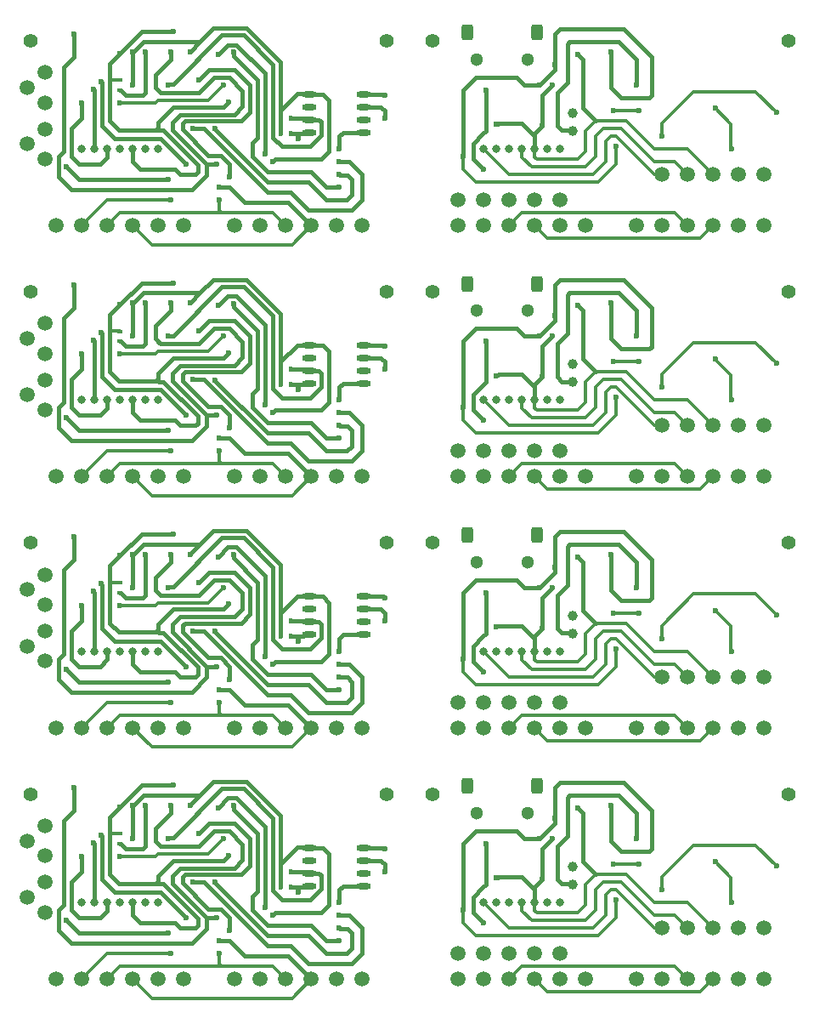
<source format=gbl>
G04*
G04 #@! TF.GenerationSoftware,Altium Limited,Altium Designer,20.2.7 (254)*
G04*
G04 Layer_Physical_Order=2*
G04 Layer_Color=16711680*
%FSLAX44Y44*%
%MOMM*%
G71*
G04*
G04 #@! TF.SameCoordinates,9E9914D9-28FD-47AE-AA4C-24E4B2164C89*
G04*
G04*
G04 #@! TF.FilePolarity,Positive*
G04*
G01*
G75*
%ADD28R,0.5500X0.4500*%
%ADD29R,0.4500X0.5500*%
%ADD67C,0.4000*%
%ADD69C,1.5000*%
%ADD70C,1.0000*%
G04:AMPARAMS|DCode=71|XSize=1.2mm|YSize=1.6mm|CornerRadius=0.3mm|HoleSize=0mm|Usage=FLASHONLY|Rotation=180.000|XOffset=0mm|YOffset=0mm|HoleType=Round|Shape=RoundedRectangle|*
%AMROUNDEDRECTD71*
21,1,1.2000,1.0000,0,0,180.0*
21,1,0.6000,1.6000,0,0,180.0*
1,1,0.6000,-0.3000,0.5000*
1,1,0.6000,0.3000,0.5000*
1,1,0.6000,0.3000,-0.5000*
1,1,0.6000,-0.3000,-0.5000*
%
%ADD71ROUNDEDRECTD71*%
%ADD72C,1.3000*%
%ADD73C,0.8000*%
%ADD74C,0.6000*%
%ADD75C,1.4000*%
%ADD76O,1.4500X0.6000*%
%ADD77C,0.3000*%
D28*
X121600Y430100D02*
D03*
Y440100D02*
D03*
Y680100D02*
D03*
Y690100D02*
D03*
Y930100D02*
D03*
Y940100D02*
D03*
Y190100D02*
D03*
Y180100D02*
D03*
D29*
X291700Y402080D02*
D03*
X281700D02*
D03*
X291700Y652080D02*
D03*
X281700D02*
D03*
X291700Y902080D02*
D03*
X281700D02*
D03*
X291700Y386840D02*
D03*
X281700D02*
D03*
X291700Y636840D02*
D03*
X281700D02*
D03*
X291700Y886840D02*
D03*
X281700D02*
D03*
Y152080D02*
D03*
Y136840D02*
D03*
X291700Y152080D02*
D03*
Y136840D02*
D03*
D67*
X289240Y68260D02*
X312100Y45400D01*
X246060Y68260D02*
X289240D01*
X230820Y83500D02*
X246060Y68260D01*
X220660Y83500D02*
X230820D01*
X610500Y182560D02*
Y218120D01*
Y182560D02*
X620660Y172400D01*
X648797D01*
X651140Y174743D01*
Y213040D01*
X623200Y240980D02*
X651140Y213040D01*
X559700Y240980D02*
X623200D01*
X554620Y235900D02*
X559700Y240980D01*
X554620Y205420D02*
Y235900D01*
Y200340D02*
Y205420D01*
X539380Y185100D02*
X554620Y200340D01*
X524140Y185100D02*
X539380D01*
X516520Y192720D02*
X524140Y185100D01*
X475880Y192720D02*
X516520D01*
X463180Y180020D02*
X475880Y192720D01*
X463180Y113980D02*
Y180020D01*
X80960Y91120D02*
X169860D01*
X68260Y103820D02*
X80960Y91120D01*
X147000Y177480D02*
Y218120D01*
X144460Y174940D02*
X147000Y177480D01*
X127260Y174940D02*
X144460D01*
X122100Y180100D02*
X127260Y174940D01*
X121600Y180100D02*
X122100D01*
X200340Y190180D02*
X210500Y200340D01*
X235900D01*
X251140Y185100D01*
Y158430D02*
Y185100D01*
X242420Y149710D02*
X251140Y158430D01*
X186173Y149710D02*
X242420D01*
X183830Y147367D02*
X186173Y149710D01*
X183830Y141063D02*
Y147367D01*
Y141063D02*
X209643Y115250D01*
X221930D01*
X230820Y106360D01*
Y93660D02*
Y106360D01*
X299400Y136840D02*
X304189D01*
X305459Y138110D01*
X310250D01*
X299400Y131760D02*
Y136840D01*
X291700D02*
X299400D01*
X291700D02*
Y137034D01*
X291950Y137284D01*
X207960Y106360D02*
X218120D01*
X207960Y95800D02*
Y106360D01*
X207960Y106360D01*
X173670Y140650D02*
X207960Y106360D01*
X193120Y80960D02*
X207960Y95800D01*
X173670Y140650D02*
Y148270D01*
X73340Y80960D02*
X193120D01*
X173670Y148270D02*
X181290Y155890D01*
X60640Y93660D02*
X73340Y80960D01*
X181290Y155890D02*
X235487D01*
X60640Y93660D02*
Y113980D01*
X235487Y155890D02*
X243690Y164093D01*
X60640Y113980D02*
X65720Y119060D01*
X243690Y164093D02*
Y179482D01*
X65720Y119060D02*
Y202880D01*
X230282Y192890D02*
X243690Y179482D01*
X65720Y202880D02*
X75880Y213040D01*
X215750Y192890D02*
X230282D01*
X75880Y213040D02*
Y235900D01*
X200340Y177480D02*
X215750Y192890D01*
X162043Y177480D02*
X200340D01*
X157160Y182560D02*
X159700Y180020D01*
Y179823D02*
X162043Y177480D01*
X159700Y179823D02*
Y180020D01*
X157160Y182560D02*
Y195260D01*
X172400Y210500D01*
Y218120D01*
X134977D02*
X145136Y228280D01*
X134300Y218120D02*
X134977D01*
X134300Y185100D02*
Y218120D01*
X145136Y228280D02*
X201032D01*
X191450Y218698D02*
X201032Y228280D01*
X214360Y241608D01*
X191450Y218317D02*
Y218698D01*
X214360Y241608D02*
X247972D01*
X281700Y207880D01*
Y159780D02*
Y207880D01*
X94930Y181290D02*
X96200Y180020D01*
Y121600D02*
Y180020D01*
X281700Y152080D02*
Y159780D01*
X298513Y176593D01*
X281700Y136840D02*
Y152080D01*
X298513Y176593D02*
X309867D01*
X310250Y176210D01*
X323530D01*
X329880Y169860D01*
Y119060D02*
Y169860D01*
X322260Y111440D02*
X329880Y119060D01*
X276540Y111440D02*
X322260D01*
X274000Y108900D02*
X276540Y111440D01*
X83500Y152080D02*
Y167320D01*
X73340Y141920D02*
X83500Y152080D01*
X73340Y113980D02*
Y141920D01*
Y113980D02*
X80960Y106360D01*
X101806D01*
X108900Y113454D01*
Y121600D01*
X582560Y162240D02*
X595260Y149540D01*
X582560Y162240D02*
Y210697D01*
X577677Y215580D02*
X582560Y210697D01*
X577480Y215580D02*
X577677D01*
X534300Y121600D02*
Y134300D01*
Y136840D01*
X521600Y147000D02*
X534300Y134300D01*
Y136840D02*
X541920Y144460D01*
X498878Y147000D02*
X521600D01*
X541920Y144460D02*
Y174940D01*
X496200Y146090D02*
X496678Y146568D01*
X498446D02*
X498878Y147000D01*
X496678Y146568D02*
X498446D01*
X541920Y174940D02*
X552080Y185100D01*
X143110Y238360D02*
X174445D01*
X121600Y216850D02*
X143110Y238360D01*
X111440Y206690D02*
X121600Y216850D01*
X111440Y190180D02*
Y206690D01*
Y149540D02*
Y190180D01*
Y149540D02*
X120330Y140650D01*
X159700D01*
X160178Y140172D02*
X164845D01*
X159700Y140650D02*
Y148270D01*
Y140650D02*
X160178Y140172D01*
X164845D02*
X199111Y105905D01*
X159700Y148270D02*
X174940Y163510D01*
X199111Y98543D02*
Y105905D01*
X174940Y163510D02*
X224470D01*
X196768Y96200D02*
X199111Y98543D01*
X181703Y96200D02*
X196768D01*
X224470Y163510D02*
X229550Y168590D01*
X176623Y101280D02*
X181703Y96200D01*
X141920Y101280D02*
X176623D01*
X134300Y108900D02*
X141920Y101280D01*
X134300Y108900D02*
Y121600D01*
X340040D02*
Y134300D01*
X343850Y138110D01*
X364750D01*
X193990Y141920D02*
X205420D01*
X268920Y78420D01*
X291780D01*
X309560Y60640D01*
X352740D01*
X362900Y70800D01*
Y96200D01*
X350200Y108900D02*
X362900Y96200D01*
X340040Y108900D02*
X350200D01*
X305459Y150810D02*
X310250D01*
X304189Y152080D02*
X305459Y150810D01*
X310250D02*
X319917D01*
X291700Y152080D02*
X304189D01*
X322040Y134987D02*
Y148687D01*
X319917Y150810D02*
X322040Y148687D01*
X311023Y123970D02*
X322040Y134987D01*
X283150Y123970D02*
X311023D01*
X274000Y133119D02*
X283150Y123970D01*
X274000Y133119D02*
Y205420D01*
X244600Y234820D02*
X274000Y205420D01*
X223390Y234820D02*
X244600D01*
X174318Y185748D02*
X223390Y234820D01*
X169860Y185270D02*
X170338Y185748D01*
X174318D01*
X340040Y96200D02*
X340518Y95722D01*
X348138D01*
X352740Y91120D01*
Y75683D02*
Y91120D01*
X347857Y70800D02*
X352740Y75683D01*
X327340Y70800D02*
X347857D01*
X309560Y88580D02*
X327340Y70800D01*
X268920Y88580D02*
X309560D01*
X216607Y140893D02*
X268920Y88580D01*
X216607Y140893D02*
Y141750D01*
X571560Y140220D02*
X572400Y139380D01*
X561400Y140220D02*
X571560D01*
X557160Y144460D02*
X561400Y140220D01*
X557160Y144460D02*
Y177480D01*
X567320Y187640D01*
Y225937D01*
X569663Y228280D01*
X618120D01*
X635900Y210500D01*
Y185100D02*
Y210500D01*
X327340Y83500D02*
X340040D01*
X312100Y98740D02*
X327340Y83500D01*
X268920Y98740D02*
X312100D01*
X253680Y113980D02*
X268920Y98740D01*
X253680Y113980D02*
Y127950D01*
X258760Y133030D01*
Y190180D01*
X234630Y214310D02*
X258760Y190180D01*
X234630Y214310D02*
Y217950D01*
X486040Y139380D02*
Y180020D01*
X483303Y136643D02*
X483303D01*
X486040Y139380D01*
X473340Y126680D02*
X483303Y136643D01*
X473340Y111440D02*
Y126680D01*
Y111440D02*
X483500Y101280D01*
X102550Y188910D02*
X103820Y187640D01*
Y144460D02*
Y187640D01*
Y144460D02*
X116520Y131760D01*
X162240D01*
X187640Y106360D01*
X266380Y116520D02*
Y196863D01*
X237753Y225490D02*
X266380Y196863D01*
X229300Y225490D02*
X237753D01*
X219390Y215580D02*
X229300Y225490D01*
X534300Y871600D02*
Y884300D01*
X582560Y912240D02*
X595260Y899540D01*
X582560Y912240D02*
Y960697D01*
X539380Y935100D02*
X554620Y950340D01*
Y955420D01*
X516520Y942720D02*
X524140Y935100D01*
X539380D01*
X475880Y942720D02*
X516520D01*
X496678Y896568D02*
X498446D01*
X498878Y897000D01*
X496200Y896090D02*
X496678Y896568D01*
X498878Y897000D02*
X521600D01*
X534300Y884300D01*
Y886840D01*
X541920Y894460D01*
X577677Y965580D02*
X582560Y960697D01*
X577480Y965580D02*
X577677D01*
X610500Y932560D02*
X620660Y922400D01*
X610500Y932560D02*
Y968120D01*
X569663Y978280D02*
X618120D01*
X567320Y937640D02*
Y975937D01*
X569663Y978280D01*
X635900Y935100D02*
Y960500D01*
X618120Y978280D02*
X635900Y960500D01*
X554620Y985900D02*
X559700Y990980D01*
X623200D01*
X554620Y955420D02*
Y985900D01*
X648797Y922400D02*
X651140Y924743D01*
Y963040D01*
X623200Y990980D02*
X651140Y963040D01*
X620660Y922400D02*
X648797D01*
X557160Y927480D02*
X567320Y937640D01*
X557160Y894460D02*
X561400Y890220D01*
X557160Y894460D02*
Y927480D01*
X561400Y890220D02*
X571560D01*
X572400Y889380D01*
X541920Y894460D02*
Y924940D01*
X552080Y935100D01*
X473340Y876680D02*
X483303Y886643D01*
X483303D02*
X486040Y889380D01*
Y930020D01*
X483303Y886643D02*
X483303D01*
X463180Y863980D02*
Y930020D01*
X475880Y942720D01*
X473340Y861440D02*
Y876680D01*
Y861440D02*
X483500Y851280D01*
X534300Y621600D02*
Y634300D01*
X582560Y662240D02*
X595260Y649540D01*
X582560Y662240D02*
Y710697D01*
X539380Y685100D02*
X554620Y700340D01*
Y705420D01*
X516520Y692720D02*
X524140Y685100D01*
X539380D01*
X475880Y692720D02*
X516520D01*
X496678Y646568D02*
X498446D01*
X498878Y647000D01*
X496200Y646090D02*
X496678Y646568D01*
X498878Y647000D02*
X521600D01*
X534300Y634300D01*
Y636840D01*
X541920Y644460D01*
X577677Y715580D02*
X582560Y710697D01*
X577480Y715580D02*
X577677D01*
X610500Y682560D02*
X620660Y672400D01*
X610500Y682560D02*
Y718120D01*
X569663Y728280D02*
X618120D01*
X567320Y687640D02*
Y725937D01*
X569663Y728280D01*
X635900Y685100D02*
Y710500D01*
X618120Y728280D02*
X635900Y710500D01*
X554620Y735900D02*
X559700Y740980D01*
X623200D01*
X554620Y705420D02*
Y735900D01*
X648797Y672400D02*
X651140Y674743D01*
Y713040D01*
X623200Y740980D02*
X651140Y713040D01*
X620660Y672400D02*
X648797D01*
X557160Y677480D02*
X567320Y687640D01*
X557160Y644460D02*
X561400Y640220D01*
X557160Y644460D02*
Y677480D01*
X561400Y640220D02*
X571560D01*
X572400Y639380D01*
X541920Y644460D02*
Y674940D01*
X552080Y685100D01*
X473340Y626680D02*
X483303Y636643D01*
X483303D02*
X486040Y639380D01*
Y680020D01*
X483303Y636643D02*
X483303D01*
X463180Y613980D02*
Y680020D01*
X475880Y692720D01*
X473340Y611440D02*
Y626680D01*
Y611440D02*
X483500Y601280D01*
X534300Y371600D02*
Y384300D01*
X582560Y412240D02*
X595260Y399540D01*
X582560Y412240D02*
Y460697D01*
X539380Y435100D02*
X554620Y450340D01*
Y455420D01*
X516520Y442720D02*
X524140Y435100D01*
X539380D01*
X475880Y442720D02*
X516520D01*
X496678Y396568D02*
X498446D01*
X498878Y397000D01*
X496200Y396090D02*
X496678Y396568D01*
X498878Y397000D02*
X521600D01*
X534300Y384300D01*
Y386840D01*
X541920Y394460D01*
X577677Y465580D02*
X582560Y460697D01*
X577480Y465580D02*
X577677D01*
X610500Y432560D02*
X620660Y422400D01*
X610500Y432560D02*
Y468120D01*
X569663Y478280D02*
X618120D01*
X567320Y437640D02*
Y475937D01*
X569663Y478280D01*
X635900Y435100D02*
Y460500D01*
X618120Y478280D02*
X635900Y460500D01*
X554620Y485900D02*
X559700Y490980D01*
X623200D01*
X554620Y455420D02*
Y485900D01*
X648797Y422400D02*
X651140Y424743D01*
Y463040D01*
X623200Y490980D02*
X651140Y463040D01*
X620660Y422400D02*
X648797D01*
X557160Y427480D02*
X567320Y437640D01*
X557160Y394460D02*
X561400Y390220D01*
X557160Y394460D02*
Y427480D01*
X561400Y390220D02*
X571560D01*
X572400Y389380D01*
X541920Y394460D02*
Y424940D01*
X552080Y435100D01*
X473340Y376680D02*
X483303Y386643D01*
X483303D02*
X486040Y389380D01*
Y430020D01*
X483303Y386643D02*
X483303D01*
X463180Y363980D02*
Y430020D01*
X475880Y442720D01*
X473340Y361440D02*
Y376680D01*
Y361440D02*
X483500Y351280D01*
X73340Y891920D02*
X83500Y902080D01*
X111440Y956690D02*
X121600Y966850D01*
X364367Y913893D02*
X364750Y913510D01*
X348138Y845722D02*
X352740Y841120D01*
X340518Y845722D02*
X348138D01*
X340040Y846200D02*
X340518Y845722D01*
X352740Y825683D02*
Y841120D01*
X350200Y858900D02*
X362900Y846200D01*
X340040Y858900D02*
X350200D01*
X352740Y810640D02*
X362900Y820800D01*
Y846200D01*
X309560Y810640D02*
X352740D01*
X220660Y833500D02*
X230820D01*
X246060Y818260D02*
X289240D01*
X312100Y795400D01*
X230820Y833500D02*
X246060Y818260D01*
X291780Y828420D02*
X309560Y810640D01*
X327340Y833500D02*
X340040D01*
X312100Y848740D02*
X327340Y833500D01*
X253680Y863980D02*
X268920Y848740D01*
X312100D01*
X134300Y935100D02*
Y968120D01*
X111440Y940180D02*
Y956690D01*
X134300Y968120D02*
X134977D01*
X122100Y930100D02*
X127260Y924940D01*
X121600Y930100D02*
X122100D01*
X144460Y924940D02*
X147000Y927480D01*
X127260Y924940D02*
X144460D01*
X304189Y902080D02*
X305459Y900810D01*
X291700Y902080D02*
X304189D01*
X309867Y926593D02*
X310250Y926210D01*
X281700Y902080D02*
Y909780D01*
Y886840D02*
Y902080D01*
X298513Y926593D02*
X309867D01*
X364750Y926210D02*
X365133Y925827D01*
X340040Y871600D02*
Y884300D01*
X343850Y888110D01*
X364750D01*
X65720Y869060D02*
Y952880D01*
X310250Y926210D02*
X323530D01*
X329880Y869060D02*
Y919860D01*
X323530Y926210D02*
X329880Y919860D01*
X322260Y861440D02*
X329880Y869060D01*
X274000Y858900D02*
X276540Y861440D01*
X322260D01*
X268920Y828420D02*
X291780D01*
X281700Y909780D02*
X298513Y926593D01*
X191450Y968317D02*
Y968698D01*
X268920Y838580D02*
X309560D01*
X159700Y890650D02*
X160178Y890172D01*
X207960Y856360D02*
X218120D01*
X159700Y890650D02*
Y898270D01*
X221930Y865250D02*
X230820Y856360D01*
X216607Y890893D02*
Y891750D01*
Y890893D02*
X268920Y838580D01*
X253680Y863980D02*
Y877950D01*
X159700Y898270D02*
X174940Y913510D01*
X181290Y905890D02*
X235487D01*
X243690Y914093D01*
X230282Y942890D02*
X243690Y929482D01*
Y914093D02*
Y929482D01*
X281700Y909780D02*
Y957880D01*
X193990Y891920D02*
X205420D01*
X268920Y828420D01*
X209643Y865250D02*
X221930D01*
X183830Y891063D02*
Y897367D01*
Y891063D02*
X209643Y865250D01*
X183830Y897367D02*
X186173Y899710D01*
X173670Y890650D02*
Y898270D01*
Y890650D02*
X207960Y856360D01*
X173670Y898270D02*
X181290Y905890D01*
X309560Y838580D02*
X327340Y820800D01*
X347857D02*
X352740Y825683D01*
X327340Y820800D02*
X347857D01*
X242420Y899710D02*
X251140Y908430D01*
Y935100D01*
X186173Y899710D02*
X242420D01*
X174940Y913510D02*
X224470D01*
X229550Y918590D01*
X160178Y890172D02*
X164845D01*
X385084Y924940D02*
X385760D01*
X383814Y926210D02*
X385084Y924940D01*
X364750Y926210D02*
X383814D01*
X385282Y902558D02*
X385760Y902080D01*
X381669Y913510D02*
X385282Y909897D01*
X364750Y913510D02*
X381669D01*
X385282Y902558D02*
Y909897D01*
X363985Y913510D02*
X364367Y913893D01*
X68260Y853820D02*
X80960Y841120D01*
X73340Y863980D02*
X80960Y856360D01*
X73340Y863980D02*
Y891920D01*
X80960Y856360D02*
X101806D01*
X108900Y863454D02*
Y871600D01*
X101806Y856360D02*
X108900Y863454D01*
X80960Y841120D02*
X169860D01*
X147000Y927480D02*
Y968120D01*
X191450Y968698D02*
X201032Y978280D01*
X65720Y952880D02*
X75880Y963040D01*
Y985900D01*
X134977Y968120D02*
X145136Y978280D01*
X201032D01*
X121600Y966850D02*
X143110Y988360D01*
X174445D01*
X305459Y900810D02*
X310250D01*
X319917D01*
X201032Y978280D02*
X214360Y991608D01*
X247972D02*
X281700Y957880D01*
X214360Y991608D02*
X247972D01*
X253680Y877950D02*
X258760Y883030D01*
Y940180D01*
X234630Y964310D02*
X258760Y940180D01*
X234630Y964310D02*
Y967950D01*
X244600Y984820D02*
X274000Y955420D01*
X174318Y935748D02*
X223390Y984820D01*
X170338Y935748D02*
X174318D01*
X169860Y935270D02*
X170338Y935748D01*
X223390Y984820D02*
X244600D01*
X200340Y927480D02*
X215750Y942890D01*
X230282D01*
X164845Y890172D02*
X199111Y855905D01*
X73340Y830960D02*
X193120D01*
X199111Y848543D02*
Y855905D01*
X181703Y846200D02*
X196768D01*
X199111Y848543D01*
X176623Y851280D02*
X181703Y846200D01*
X193120Y830960D02*
X207960Y845800D01*
Y856360D02*
X207960Y856360D01*
X207960Y845800D02*
Y856360D01*
X230820Y843660D02*
Y856360D01*
X291700Y887034D02*
X291950Y887284D01*
X291700Y886840D02*
Y887034D01*
X274000Y883120D02*
Y955420D01*
Y883120D02*
X283150Y873970D01*
X311023D01*
X322040Y884987D01*
Y898687D01*
X319917Y900810D02*
X322040Y898687D01*
X305459Y888110D02*
X310250D01*
X304189Y886840D02*
X305459Y888110D01*
X291700Y886840D02*
X299400D01*
X304189D01*
X299400Y881760D02*
Y886840D01*
X134300Y858900D02*
Y871600D01*
X141920Y851280D02*
X176623D01*
X134300Y858900D02*
X141920Y851280D01*
X157160Y945260D02*
X172400Y960500D01*
Y968120D01*
X159700Y929823D02*
Y930020D01*
Y929823D02*
X162043Y927480D01*
X157160Y932560D02*
X159700Y930020D01*
X162043Y927480D02*
X200340D01*
X157160Y932560D02*
Y945260D01*
X162240Y881760D02*
X187640Y856360D01*
X116520Y881760D02*
X162240D01*
X96200Y871600D02*
Y930020D01*
X103820Y894460D02*
X116520Y881760D01*
X120330Y890650D02*
X159700D01*
X111440Y899540D02*
X120330Y890650D01*
X111440Y899540D02*
Y940180D01*
X94930Y931290D02*
X96200Y930020D01*
X103820Y894460D02*
Y937640D01*
X102550Y938910D02*
X103820Y937640D01*
X83500Y902080D02*
Y917320D01*
X235900Y950340D02*
X251140Y935100D01*
X200340Y940180D02*
X210500Y950340D01*
X235900D01*
X266380Y866520D02*
Y946863D01*
X237753Y975490D02*
X266380Y946863D01*
X229300Y975490D02*
X237753D01*
X219390Y965580D02*
X229300Y975490D01*
X60640Y863980D02*
X65720Y869060D01*
X60640Y843660D02*
X73340Y830960D01*
X60640Y843660D02*
Y863980D01*
X73340Y641920D02*
X83500Y652080D01*
X111440Y706690D02*
X121600Y716850D01*
X364367Y663893D02*
X364750Y663510D01*
X348138Y595722D02*
X352740Y591120D01*
X340518Y595722D02*
X348138D01*
X340040Y596200D02*
X340518Y595722D01*
X352740Y575683D02*
Y591120D01*
X350200Y608900D02*
X362900Y596200D01*
X340040Y608900D02*
X350200D01*
X352740Y560640D02*
X362900Y570800D01*
Y596200D01*
X309560Y560640D02*
X352740D01*
X220660Y583500D02*
X230820D01*
X246060Y568260D02*
X289240D01*
X312100Y545400D01*
X230820Y583500D02*
X246060Y568260D01*
X291780Y578420D02*
X309560Y560640D01*
X327340Y583500D02*
X340040D01*
X312100Y598740D02*
X327340Y583500D01*
X253680Y613980D02*
X268920Y598740D01*
X312100D01*
X134300Y685100D02*
Y718120D01*
X111440Y690180D02*
Y706690D01*
X134300Y718120D02*
X134977D01*
X122100Y680100D02*
X127260Y674940D01*
X121600Y680100D02*
X122100D01*
X144460Y674940D02*
X147000Y677480D01*
X127260Y674940D02*
X144460D01*
X304189Y652080D02*
X305459Y650810D01*
X291700Y652080D02*
X304189D01*
X309867Y676593D02*
X310250Y676210D01*
X281700Y652080D02*
Y659780D01*
Y636840D02*
Y652080D01*
X298513Y676593D02*
X309867D01*
X364750Y676210D02*
X365133Y675827D01*
X340040Y621600D02*
Y634300D01*
X343850Y638110D01*
X364750D01*
X65720Y619060D02*
Y702880D01*
X310250Y676210D02*
X323530D01*
X329880Y619060D02*
Y669860D01*
X323530Y676210D02*
X329880Y669860D01*
X322260Y611440D02*
X329880Y619060D01*
X274000Y608900D02*
X276540Y611440D01*
X322260D01*
X268920Y578420D02*
X291780D01*
X281700Y659780D02*
X298513Y676593D01*
X191450Y718317D02*
Y718698D01*
X268920Y588580D02*
X309560D01*
X159700Y640650D02*
X160178Y640172D01*
X207960Y606360D02*
X218120D01*
X159700Y640650D02*
Y648270D01*
X221930Y615250D02*
X230820Y606360D01*
X216607Y640893D02*
Y641750D01*
Y640893D02*
X268920Y588580D01*
X253680Y613980D02*
Y627950D01*
X159700Y648270D02*
X174940Y663510D01*
X181290Y655890D02*
X235487D01*
X243690Y664093D01*
X230282Y692890D02*
X243690Y679482D01*
Y664093D02*
Y679482D01*
X281700Y659780D02*
Y707880D01*
X193990Y641920D02*
X205420D01*
X268920Y578420D01*
X209643Y615250D02*
X221930D01*
X183830Y641063D02*
Y647367D01*
Y641063D02*
X209643Y615250D01*
X183830Y647367D02*
X186173Y649710D01*
X173670Y640650D02*
Y648270D01*
Y640650D02*
X207960Y606360D01*
X173670Y648270D02*
X181290Y655890D01*
X309560Y588580D02*
X327340Y570800D01*
X347857D02*
X352740Y575683D01*
X327340Y570800D02*
X347857D01*
X242420Y649710D02*
X251140Y658430D01*
Y685100D01*
X186173Y649710D02*
X242420D01*
X174940Y663510D02*
X224470D01*
X229550Y668590D01*
X160178Y640172D02*
X164845D01*
X385084Y674940D02*
X385760D01*
X383814Y676210D02*
X385084Y674940D01*
X364750Y676210D02*
X383814D01*
X385282Y652558D02*
X385760Y652080D01*
X381669Y663510D02*
X385282Y659897D01*
X364750Y663510D02*
X381669D01*
X385282Y652558D02*
Y659897D01*
X363985Y663510D02*
X364367Y663893D01*
X68260Y603820D02*
X80960Y591120D01*
X73340Y613980D02*
X80960Y606360D01*
X73340Y613980D02*
Y641920D01*
X80960Y606360D02*
X101806D01*
X108900Y613454D02*
Y621600D01*
X101806Y606360D02*
X108900Y613454D01*
X80960Y591120D02*
X169860D01*
X147000Y677480D02*
Y718120D01*
X191450Y718698D02*
X201032Y728280D01*
X65720Y702880D02*
X75880Y713040D01*
Y735900D01*
X134977Y718120D02*
X145136Y728280D01*
X201032D01*
X121600Y716850D02*
X143110Y738360D01*
X174445D01*
X305459Y650810D02*
X310250D01*
X319917D01*
X201032Y728280D02*
X214360Y741608D01*
X247972D02*
X281700Y707880D01*
X214360Y741608D02*
X247972D01*
X253680Y627950D02*
X258760Y633030D01*
Y690180D01*
X234630Y714310D02*
X258760Y690180D01*
X234630Y714310D02*
Y717950D01*
X244600Y734820D02*
X274000Y705420D01*
X174318Y685748D02*
X223390Y734820D01*
X170338Y685748D02*
X174318D01*
X169860Y685270D02*
X170338Y685748D01*
X223390Y734820D02*
X244600D01*
X200340Y677480D02*
X215750Y692890D01*
X230282D01*
X164845Y640172D02*
X199111Y605905D01*
X73340Y580960D02*
X193120D01*
X199111Y598543D02*
Y605905D01*
X181703Y596200D02*
X196768D01*
X199111Y598543D01*
X176623Y601280D02*
X181703Y596200D01*
X193120Y580960D02*
X207960Y595800D01*
Y606360D02*
X207960Y606360D01*
X207960Y595800D02*
Y606360D01*
X230820Y593660D02*
Y606360D01*
X291700Y637034D02*
X291950Y637284D01*
X291700Y636840D02*
Y637034D01*
X274000Y633120D02*
Y705420D01*
Y633120D02*
X283150Y623970D01*
X311023D01*
X322040Y634987D01*
Y648687D01*
X319917Y650810D02*
X322040Y648687D01*
X305459Y638110D02*
X310250D01*
X304189Y636840D02*
X305459Y638110D01*
X291700Y636840D02*
X299400D01*
X304189D01*
X299400Y631760D02*
Y636840D01*
X134300Y608900D02*
Y621600D01*
X141920Y601280D02*
X176623D01*
X134300Y608900D02*
X141920Y601280D01*
X157160Y695260D02*
X172400Y710500D01*
Y718120D01*
X159700Y679823D02*
Y680020D01*
Y679823D02*
X162043Y677480D01*
X157160Y682560D02*
X159700Y680020D01*
X162043Y677480D02*
X200340D01*
X157160Y682560D02*
Y695260D01*
X162240Y631760D02*
X187640Y606360D01*
X116520Y631760D02*
X162240D01*
X96200Y621600D02*
Y680020D01*
X103820Y644460D02*
X116520Y631760D01*
X120330Y640650D02*
X159700D01*
X111440Y649540D02*
X120330Y640650D01*
X111440Y649540D02*
Y690180D01*
X94930Y681290D02*
X96200Y680020D01*
X103820Y644460D02*
Y687640D01*
X102550Y688910D02*
X103820Y687640D01*
X83500Y652080D02*
Y667320D01*
X235900Y700340D02*
X251140Y685100D01*
X200340Y690180D02*
X210500Y700340D01*
X235900D01*
X266380Y616520D02*
Y696863D01*
X237753Y725490D02*
X266380Y696863D01*
X229300Y725490D02*
X237753D01*
X219390Y715580D02*
X229300Y725490D01*
X60640Y613980D02*
X65720Y619060D01*
X60640Y593660D02*
X73340Y580960D01*
X60640Y593660D02*
Y613980D01*
X73340Y391920D02*
X83500Y402080D01*
X111440Y456690D02*
X121600Y466850D01*
X364367Y413893D02*
X364750Y413510D01*
X348138Y345722D02*
X352740Y341120D01*
X340518Y345722D02*
X348138D01*
X340040Y346200D02*
X340518Y345722D01*
X352740Y325683D02*
Y341120D01*
X350200Y358900D02*
X362900Y346200D01*
X340040Y358900D02*
X350200D01*
X352740Y310640D02*
X362900Y320800D01*
Y346200D01*
X309560Y310640D02*
X352740D01*
X220660Y333500D02*
X230820D01*
X246060Y318260D02*
X289240D01*
X312100Y295400D01*
X230820Y333500D02*
X246060Y318260D01*
X291780Y328420D02*
X309560Y310640D01*
X327340Y333500D02*
X340040D01*
X312100Y348740D02*
X327340Y333500D01*
X253680Y363980D02*
X268920Y348740D01*
X312100D01*
X134300Y435100D02*
Y468120D01*
X111440Y440180D02*
Y456690D01*
X134300Y468120D02*
X134977D01*
X122100Y430100D02*
X127260Y424940D01*
X121600Y430100D02*
X122100D01*
X144460Y424940D02*
X147000Y427480D01*
X127260Y424940D02*
X144460D01*
X304189Y402080D02*
X305459Y400810D01*
X291700Y402080D02*
X304189D01*
X309867Y426593D02*
X310250Y426210D01*
X281700Y402080D02*
Y409780D01*
Y386840D02*
Y402080D01*
X298513Y426593D02*
X309867D01*
X364750Y426210D02*
X365133Y425827D01*
X340040Y371600D02*
Y384300D01*
X343850Y388110D01*
X364750D01*
X65720Y369060D02*
Y452880D01*
X310250Y426210D02*
X323530D01*
X329880Y369060D02*
Y419860D01*
X323530Y426210D02*
X329880Y419860D01*
X322260Y361440D02*
X329880Y369060D01*
X274000Y358900D02*
X276540Y361440D01*
X322260D01*
X268920Y328420D02*
X291780D01*
X281700Y409780D02*
X298513Y426593D01*
X191450Y468317D02*
Y468698D01*
X268920Y338580D02*
X309560D01*
X159700Y390650D02*
X160178Y390172D01*
X207960Y356360D02*
X218120D01*
X159700Y390650D02*
Y398270D01*
X221930Y365250D02*
X230820Y356360D01*
X216607Y390893D02*
Y391750D01*
Y390893D02*
X268920Y338580D01*
X253680Y363980D02*
Y377950D01*
X159700Y398270D02*
X174940Y413510D01*
X181290Y405890D02*
X235487D01*
X243690Y414093D01*
X230282Y442890D02*
X243690Y429482D01*
Y414093D02*
Y429482D01*
X281700Y409780D02*
Y457880D01*
X193990Y391920D02*
X205420D01*
X268920Y328420D01*
X209643Y365250D02*
X221930D01*
X183830Y391063D02*
Y397367D01*
Y391063D02*
X209643Y365250D01*
X183830Y397367D02*
X186173Y399710D01*
X173670Y390650D02*
Y398270D01*
Y390650D02*
X207960Y356360D01*
X173670Y398270D02*
X181290Y405890D01*
X309560Y338580D02*
X327340Y320800D01*
X347857D02*
X352740Y325683D01*
X327340Y320800D02*
X347857D01*
X242420Y399710D02*
X251140Y408430D01*
Y435100D01*
X186173Y399710D02*
X242420D01*
X174940Y413510D02*
X224470D01*
X229550Y418590D01*
X160178Y390172D02*
X164845D01*
X385084Y424940D02*
X385760D01*
X383814Y426210D02*
X385084Y424940D01*
X364750Y426210D02*
X383814D01*
X385282Y402558D02*
X385760Y402080D01*
X381669Y413510D02*
X385282Y409897D01*
X364750Y413510D02*
X381669D01*
X385282Y402558D02*
Y409897D01*
X363985Y413510D02*
X364367Y413893D01*
X68260Y353820D02*
X80960Y341120D01*
X73340Y363980D02*
X80960Y356360D01*
X73340Y363980D02*
Y391920D01*
X80960Y356360D02*
X101806D01*
X108900Y363454D02*
Y371600D01*
X101806Y356360D02*
X108900Y363454D01*
X80960Y341120D02*
X169860D01*
X147000Y427480D02*
Y468120D01*
X191450Y468698D02*
X201032Y478280D01*
X65720Y452880D02*
X75880Y463040D01*
Y485900D01*
X134977Y468120D02*
X145136Y478280D01*
X201032D01*
X121600Y466850D02*
X143110Y488360D01*
X174445D01*
X305459Y400810D02*
X310250D01*
X319917D01*
X201032Y478280D02*
X214360Y491608D01*
X247972D02*
X281700Y457880D01*
X214360Y491608D02*
X247972D01*
X253680Y377950D02*
X258760Y383030D01*
Y440180D01*
X234630Y464310D02*
X258760Y440180D01*
X234630Y464310D02*
Y467950D01*
X244600Y484820D02*
X274000Y455420D01*
X174318Y435748D02*
X223390Y484820D01*
X170338Y435748D02*
X174318D01*
X169860Y435270D02*
X170338Y435748D01*
X223390Y484820D02*
X244600D01*
X200340Y427480D02*
X215750Y442890D01*
X230282D01*
X164845Y390172D02*
X199111Y355905D01*
X73340Y330960D02*
X193120D01*
X199111Y348543D02*
Y355905D01*
X181703Y346200D02*
X196768D01*
X199111Y348543D01*
X176623Y351280D02*
X181703Y346200D01*
X193120Y330960D02*
X207960Y345800D01*
Y356360D02*
X207960Y356360D01*
X207960Y345800D02*
Y356360D01*
X230820Y343660D02*
Y356360D01*
X291700Y387034D02*
X291950Y387284D01*
X291700Y386840D02*
Y387034D01*
X274000Y383120D02*
Y455420D01*
Y383120D02*
X283150Y373970D01*
X311023D01*
X322040Y384987D01*
Y398687D01*
X319917Y400810D02*
X322040Y398687D01*
X305459Y388110D02*
X310250D01*
X304189Y386840D02*
X305459Y388110D01*
X291700Y386840D02*
X299400D01*
X304189D01*
X299400Y381760D02*
Y386840D01*
X134300Y358900D02*
Y371600D01*
X141920Y351280D02*
X176623D01*
X134300Y358900D02*
X141920Y351280D01*
X157160Y445260D02*
X172400Y460500D01*
Y468120D01*
X159700Y429823D02*
Y430020D01*
Y429823D02*
X162043Y427480D01*
X157160Y432560D02*
X159700Y430020D01*
X162043Y427480D02*
X200340D01*
X157160Y432560D02*
Y445260D01*
X162240Y381760D02*
X187640Y356360D01*
X116520Y381760D02*
X162240D01*
X96200Y371600D02*
Y430020D01*
X103820Y394460D02*
X116520Y381760D01*
X120330Y390650D02*
X159700D01*
X111440Y399540D02*
X120330Y390650D01*
X111440Y399540D02*
Y440180D01*
X94930Y431290D02*
X96200Y430020D01*
X103820Y394460D02*
Y437640D01*
X102550Y438910D02*
X103820Y437640D01*
X83500Y402080D02*
Y417320D01*
X235900Y450340D02*
X251140Y435100D01*
X200340Y440180D02*
X210500Y450340D01*
X235900D01*
X266380Y366520D02*
Y446863D01*
X237753Y475490D02*
X266380Y446863D01*
X229300Y475490D02*
X237753D01*
X219390Y465580D02*
X229300Y475490D01*
X60640Y363980D02*
X65720Y369060D01*
X60640Y343660D02*
X73340Y330960D01*
X60640Y343660D02*
Y363980D01*
X364367Y163893D02*
X364750Y163510D01*
Y176210D02*
X365133Y175827D01*
X385084Y174940D02*
X385760D01*
X383814Y176210D02*
X385084Y174940D01*
X364750Y176210D02*
X383814D01*
X385282Y152558D02*
X385760Y152080D01*
X381669Y163510D02*
X385282Y159897D01*
X364750Y163510D02*
X381669D01*
X385282Y152558D02*
Y159897D01*
X363985Y163510D02*
X364367Y163893D01*
D69*
X762900Y545400D02*
D03*
X737500D02*
D03*
X712100D02*
D03*
X686700D02*
D03*
X661300D02*
D03*
X635900D02*
D03*
X762900Y295400D02*
D03*
X737500D02*
D03*
X712100D02*
D03*
X686700D02*
D03*
X661300D02*
D03*
X635900D02*
D03*
X762900Y795400D02*
D03*
X737500D02*
D03*
X712100D02*
D03*
X686700D02*
D03*
X661300D02*
D03*
X635900D02*
D03*
X585100Y295400D02*
D03*
X559700D02*
D03*
X534300D02*
D03*
X508900D02*
D03*
X483500D02*
D03*
X458100D02*
D03*
X585100Y545400D02*
D03*
X559700D02*
D03*
X534300D02*
D03*
X508900D02*
D03*
X483500D02*
D03*
X458100D02*
D03*
X585100Y795400D02*
D03*
X559700D02*
D03*
X534300D02*
D03*
X508900D02*
D03*
X483500D02*
D03*
X458100D02*
D03*
X362900Y295400D02*
D03*
X337500D02*
D03*
X312100D02*
D03*
X286700D02*
D03*
X261300D02*
D03*
X235900D02*
D03*
X362900Y545400D02*
D03*
X337500D02*
D03*
X312100D02*
D03*
X286700D02*
D03*
X261300D02*
D03*
X235900D02*
D03*
X362900Y795400D02*
D03*
X337500D02*
D03*
X312100D02*
D03*
X286700D02*
D03*
X261300D02*
D03*
X235900D02*
D03*
X185100Y295400D02*
D03*
X159700D02*
D03*
X134300D02*
D03*
X108900D02*
D03*
X83500D02*
D03*
X58100D02*
D03*
X185100Y545400D02*
D03*
X159700D02*
D03*
X134300D02*
D03*
X108900D02*
D03*
X83500D02*
D03*
X58100D02*
D03*
X185100Y795400D02*
D03*
X159700D02*
D03*
X134300D02*
D03*
X108900D02*
D03*
X83500D02*
D03*
X58100D02*
D03*
X47066Y447800D02*
D03*
X29066Y432800D02*
D03*
X47066Y417800D02*
D03*
Y697800D02*
D03*
X29066Y682800D02*
D03*
X47066Y667800D02*
D03*
Y947800D02*
D03*
X29066Y932800D02*
D03*
X47066Y917800D02*
D03*
X46846Y391680D02*
D03*
Y361680D02*
D03*
X28846Y376680D02*
D03*
X46846Y641680D02*
D03*
Y611680D02*
D03*
X28846Y626680D02*
D03*
X46846Y891680D02*
D03*
Y861680D02*
D03*
X28846Y876680D02*
D03*
X559700Y320800D02*
D03*
X534300D02*
D03*
X508900D02*
D03*
X483500D02*
D03*
X458100D02*
D03*
X559700Y570800D02*
D03*
X534300D02*
D03*
X508900D02*
D03*
X483500D02*
D03*
X458100D02*
D03*
X559700Y820800D02*
D03*
X534300D02*
D03*
X508900D02*
D03*
X483500D02*
D03*
X458100D02*
D03*
X762900Y346200D02*
D03*
X737500D02*
D03*
X712100D02*
D03*
X686700D02*
D03*
X661300D02*
D03*
X762900Y596200D02*
D03*
X737500D02*
D03*
X712100D02*
D03*
X686700D02*
D03*
X661300D02*
D03*
X762900Y846200D02*
D03*
X737500D02*
D03*
X712100D02*
D03*
X686700D02*
D03*
X661300D02*
D03*
X762900Y96200D02*
D03*
X661300D02*
D03*
X312100Y45400D02*
D03*
X134300D02*
D03*
X47066Y167800D02*
D03*
X46846Y141680D02*
D03*
X58100Y45400D02*
D03*
X235900D02*
D03*
X185100D02*
D03*
X712100Y96200D02*
D03*
X261300Y45400D02*
D03*
X83500D02*
D03*
X47066Y197800D02*
D03*
X286700Y45400D02*
D03*
X108900D02*
D03*
X635900D02*
D03*
X458100D02*
D03*
Y70800D02*
D03*
X661300Y45400D02*
D03*
X483500D02*
D03*
Y70800D02*
D03*
X686700Y45400D02*
D03*
X508900D02*
D03*
Y70800D02*
D03*
X712100Y45400D02*
D03*
X534300D02*
D03*
Y70800D02*
D03*
X737500Y45400D02*
D03*
X559700D02*
D03*
Y70800D02*
D03*
X46846Y111680D02*
D03*
X686700Y96200D02*
D03*
X737500D02*
D03*
X337500Y45400D02*
D03*
X159700D02*
D03*
X762900D02*
D03*
X585100D02*
D03*
X362900D02*
D03*
X29066Y182800D02*
D03*
X28846Y126680D02*
D03*
D70*
X572400Y389380D02*
D03*
Y407160D02*
D03*
Y639380D02*
D03*
Y657160D02*
D03*
Y889380D02*
D03*
Y907160D02*
D03*
Y157160D02*
D03*
Y139380D02*
D03*
D71*
X467400Y487500D02*
D03*
X537400D02*
D03*
X467400Y737500D02*
D03*
X537400D02*
D03*
X467400Y987500D02*
D03*
X537400D02*
D03*
Y237500D02*
D03*
X467400D02*
D03*
D72*
X527400Y460500D02*
D03*
X477400D02*
D03*
X527400Y710500D02*
D03*
X477400D02*
D03*
X527400Y960500D02*
D03*
X477400D02*
D03*
Y210500D02*
D03*
X527400D02*
D03*
D73*
X559700Y371600D02*
D03*
X547000D02*
D03*
X534300D02*
D03*
X521600D02*
D03*
X508900D02*
D03*
X496200D02*
D03*
X483500D02*
D03*
X559700Y621600D02*
D03*
X547000D02*
D03*
X534300D02*
D03*
X521600D02*
D03*
X508900D02*
D03*
X496200D02*
D03*
X483500D02*
D03*
X559700Y871600D02*
D03*
X547000D02*
D03*
X534300D02*
D03*
X521600D02*
D03*
X508900D02*
D03*
X496200D02*
D03*
X483500D02*
D03*
X159700Y371600D02*
D03*
X147000D02*
D03*
X134300D02*
D03*
X121600D02*
D03*
X108900D02*
D03*
X96200D02*
D03*
X83500D02*
D03*
X159700Y621600D02*
D03*
X147000D02*
D03*
X134300D02*
D03*
X121600D02*
D03*
X108900D02*
D03*
X96200D02*
D03*
X83500D02*
D03*
X159700Y871600D02*
D03*
X147000D02*
D03*
X134300D02*
D03*
X121600D02*
D03*
X108900D02*
D03*
X96200D02*
D03*
X83500D02*
D03*
X496200Y121600D02*
D03*
X96200D02*
D03*
X483500D02*
D03*
X83500D02*
D03*
X508900D02*
D03*
X108900D02*
D03*
X559700D02*
D03*
X159700D02*
D03*
X534300D02*
D03*
X134300D02*
D03*
X521600D02*
D03*
X547000D02*
D03*
X121600D02*
D03*
X147000D02*
D03*
D74*
X220660Y83500D02*
D03*
X610500Y218120D02*
D03*
X554620Y205420D02*
D03*
X539380Y185100D02*
D03*
X463180Y113980D02*
D03*
X615580Y124140D02*
D03*
X169860Y91120D02*
D03*
X68260Y103820D02*
D03*
X775600Y158157D02*
D03*
X661300Y134300D02*
D03*
X147000Y218120D02*
D03*
X200340Y190180D02*
D03*
X230820Y93660D02*
D03*
X299400Y131760D02*
D03*
X218120Y106360D02*
D03*
X75880Y235900D02*
D03*
X172400Y218120D02*
D03*
X134300D02*
D03*
Y185100D02*
D03*
X191450Y218317D02*
D03*
X94930Y181290D02*
D03*
X274000Y108900D02*
D03*
X83500Y167320D02*
D03*
X577480Y215580D02*
D03*
X541920Y144460D02*
D03*
X496200Y146090D02*
D03*
X552080Y185100D02*
D03*
X174445Y238360D02*
D03*
X121600Y216850D02*
D03*
X159700Y140650D02*
D03*
X229550Y168590D02*
D03*
X172400Y70800D02*
D03*
X340040Y121600D02*
D03*
X193990Y141920D02*
D03*
X340040Y108900D02*
D03*
X613040Y159700D02*
D03*
X638440D02*
D03*
X169860Y185270D02*
D03*
X340040Y96200D02*
D03*
X216607Y141750D02*
D03*
X714640Y162240D02*
D03*
X731150Y121600D02*
D03*
X635900Y185100D02*
D03*
X340040Y83500D02*
D03*
X234630Y217950D02*
D03*
X220660Y70800D02*
D03*
X486040Y180020D02*
D03*
X483500Y101280D02*
D03*
X102550Y188910D02*
D03*
X187640Y106360D02*
D03*
X266380Y116520D02*
D03*
X219390Y215580D02*
D03*
X224470Y185100D02*
D03*
X121600Y167320D02*
D03*
X775600Y908157D02*
D03*
X661300Y884300D02*
D03*
X731150Y871600D02*
D03*
X615580Y874140D02*
D03*
X714640Y912240D02*
D03*
X577480Y965580D02*
D03*
X539380Y935100D02*
D03*
X554620Y955420D02*
D03*
X486040Y930020D02*
D03*
X496200Y896090D02*
D03*
X541920Y894460D02*
D03*
X635900Y935100D02*
D03*
X638440Y909700D02*
D03*
X610500Y968120D02*
D03*
X552080Y935100D02*
D03*
X483500Y851280D02*
D03*
X463180Y863980D02*
D03*
X613040Y909700D02*
D03*
X775600Y658157D02*
D03*
X661300Y634300D02*
D03*
X731150Y621600D02*
D03*
X615580Y624140D02*
D03*
X714640Y662240D02*
D03*
X577480Y715580D02*
D03*
X539380Y685100D02*
D03*
X554620Y705420D02*
D03*
X486040Y680020D02*
D03*
X496200Y646090D02*
D03*
X541920Y644460D02*
D03*
X635900Y685100D02*
D03*
X638440Y659700D02*
D03*
X610500Y718120D02*
D03*
X552080Y685100D02*
D03*
X483500Y601280D02*
D03*
X463180Y613980D02*
D03*
X613040Y659700D02*
D03*
X775600Y408157D02*
D03*
X661300Y384300D02*
D03*
X731150Y371600D02*
D03*
X615580Y374140D02*
D03*
X714640Y412240D02*
D03*
X577480Y465580D02*
D03*
X539380Y435100D02*
D03*
X554620Y455420D02*
D03*
X486040Y430020D02*
D03*
X496200Y396090D02*
D03*
X541920Y394460D02*
D03*
X635900Y435100D02*
D03*
X638440Y409700D02*
D03*
X610500Y468120D02*
D03*
X552080Y435100D02*
D03*
X483500Y351280D02*
D03*
X463180Y363980D02*
D03*
X613040Y409700D02*
D03*
X172400Y820800D02*
D03*
X159700Y890650D02*
D03*
X121600Y966850D02*
D03*
Y917320D02*
D03*
X134300Y968120D02*
D03*
X340040Y858900D02*
D03*
Y846200D02*
D03*
Y833500D02*
D03*
Y871600D02*
D03*
X220660Y820800D02*
D03*
Y833500D02*
D03*
X134300Y935100D02*
D03*
X191450Y968317D02*
D03*
X274000Y858900D02*
D03*
X218120Y856360D02*
D03*
X216607Y891750D02*
D03*
X169860Y935270D02*
D03*
X224470Y935100D02*
D03*
X193990Y891920D02*
D03*
X229550Y918590D02*
D03*
X187640Y856360D02*
D03*
X385760Y902080D02*
D03*
Y924940D02*
D03*
X68260Y853820D02*
D03*
X169860Y841120D02*
D03*
X147000Y968120D02*
D03*
X75880Y985900D02*
D03*
X174445Y988360D02*
D03*
X219390Y965580D02*
D03*
X234630Y967950D02*
D03*
X230820Y843660D02*
D03*
X299400Y881760D02*
D03*
X172400Y968120D02*
D03*
X94930Y931290D02*
D03*
X102550Y938910D02*
D03*
X83500Y917320D02*
D03*
X200340Y940180D02*
D03*
X266380Y866520D02*
D03*
X172400Y570800D02*
D03*
X159700Y640650D02*
D03*
X121600Y716850D02*
D03*
Y667320D02*
D03*
X134300Y718120D02*
D03*
X340040Y608900D02*
D03*
Y596200D02*
D03*
Y583500D02*
D03*
Y621600D02*
D03*
X220660Y570800D02*
D03*
Y583500D02*
D03*
X134300Y685100D02*
D03*
X191450Y718317D02*
D03*
X274000Y608900D02*
D03*
X218120Y606360D02*
D03*
X216607Y641750D02*
D03*
X169860Y685270D02*
D03*
X224470Y685100D02*
D03*
X193990Y641920D02*
D03*
X229550Y668590D02*
D03*
X187640Y606360D02*
D03*
X385760Y652080D02*
D03*
Y674940D02*
D03*
X68260Y603820D02*
D03*
X169860Y591120D02*
D03*
X147000Y718120D02*
D03*
X75880Y735900D02*
D03*
X174445Y738360D02*
D03*
X219390Y715580D02*
D03*
X234630Y717950D02*
D03*
X230820Y593660D02*
D03*
X299400Y631760D02*
D03*
X172400Y718120D02*
D03*
X94930Y681290D02*
D03*
X102550Y688910D02*
D03*
X83500Y667320D02*
D03*
X200340Y690180D02*
D03*
X266380Y616520D02*
D03*
X172400Y320800D02*
D03*
X159700Y390650D02*
D03*
X121600Y466850D02*
D03*
Y417320D02*
D03*
X134300Y468120D02*
D03*
X340040Y358900D02*
D03*
Y346200D02*
D03*
Y333500D02*
D03*
Y371600D02*
D03*
X220660Y320800D02*
D03*
Y333500D02*
D03*
X134300Y435100D02*
D03*
X191450Y468317D02*
D03*
X274000Y358900D02*
D03*
X218120Y356360D02*
D03*
X216607Y391750D02*
D03*
X169860Y435270D02*
D03*
X224470Y435100D02*
D03*
X193990Y391920D02*
D03*
X229550Y418590D02*
D03*
X187640Y356360D02*
D03*
X385760Y402080D02*
D03*
Y424940D02*
D03*
X68260Y353820D02*
D03*
X169860Y341120D02*
D03*
X147000Y468120D02*
D03*
X75880Y485900D02*
D03*
X174445Y488360D02*
D03*
X219390Y465580D02*
D03*
X234630Y467950D02*
D03*
X230820Y343660D02*
D03*
X299400Y381760D02*
D03*
X172400Y468120D02*
D03*
X94930Y431290D02*
D03*
X102550Y438910D02*
D03*
X83500Y417320D02*
D03*
X200340Y440180D02*
D03*
X266380Y366520D02*
D03*
X385760Y152080D02*
D03*
Y174940D02*
D03*
D75*
X787300Y979550D02*
D03*
X432700D02*
D03*
X787300Y729550D02*
D03*
X432700D02*
D03*
X787300Y479550D02*
D03*
X432700D02*
D03*
X787300Y229550D02*
D03*
X432700D02*
D03*
X32700Y979550D02*
D03*
X387300D02*
D03*
X32700Y729550D02*
D03*
X387300D02*
D03*
X32700Y479550D02*
D03*
X387300D02*
D03*
X32700Y229550D02*
D03*
X387300D02*
D03*
D76*
X310250Y388110D02*
D03*
Y400810D02*
D03*
Y413510D02*
D03*
Y426210D02*
D03*
X364750Y388110D02*
D03*
Y400810D02*
D03*
Y413510D02*
D03*
Y426210D02*
D03*
X310250Y638110D02*
D03*
Y650810D02*
D03*
Y663510D02*
D03*
Y676210D02*
D03*
X364750Y638110D02*
D03*
Y650810D02*
D03*
Y663510D02*
D03*
Y676210D02*
D03*
X310250Y888110D02*
D03*
Y900810D02*
D03*
Y913510D02*
D03*
Y926210D02*
D03*
X364750Y888110D02*
D03*
Y900810D02*
D03*
Y913510D02*
D03*
Y926210D02*
D03*
X310250Y176210D02*
D03*
X364750Y138110D02*
D03*
Y176210D02*
D03*
Y163510D02*
D03*
X310250Y150810D02*
D03*
Y138110D02*
D03*
X364750Y150810D02*
D03*
X310250Y163510D02*
D03*
D77*
X134300Y45400D02*
X153350Y26350D01*
X293050D01*
X312100Y45400D01*
X653830Y96200D02*
X661300D01*
X615730Y134300D02*
X653830Y96200D01*
X610500Y134300D02*
X615730D01*
X605420Y129220D02*
X610500Y134300D01*
X605420Y108900D02*
Y129220D01*
X592720Y96200D02*
X605420Y108900D01*
X508900Y96200D02*
X592720D01*
X483500Y121600D02*
X508900Y96200D01*
X463180Y101280D02*
Y113980D01*
Y101280D02*
X475880Y88580D01*
X597800D01*
X615580Y106360D01*
Y124140D01*
X755007Y178750D02*
X775600Y158157D01*
X693050Y178750D02*
X755007D01*
X661300Y147000D02*
X693050Y178750D01*
X661300Y134300D02*
Y147000D01*
X521600Y121600D02*
X522290Y120910D01*
Y113290D02*
Y120910D01*
Y113290D02*
X531760Y103820D01*
X585100D01*
X595260Y113980D01*
Y134300D01*
X602880Y141920D01*
X620660D01*
X653680Y108900D01*
X674000D01*
X686700Y96200D01*
Y121600D02*
X712100Y96200D01*
X653680Y121600D02*
X686700D01*
X625740Y149540D02*
X653680Y121600D01*
X595260Y149540D02*
X625740D01*
X585100Y139380D02*
X595260Y149540D01*
X585100Y119060D02*
Y139380D01*
X577480Y111440D02*
X585100Y119060D01*
X536840Y111440D02*
X577480D01*
X534990Y113290D02*
Y120910D01*
Y113290D02*
X536840Y111440D01*
X534300Y121600D02*
X534990Y120910D01*
X111440Y190180D02*
X121520D01*
X121600Y190100D01*
X108900Y70800D02*
X172400D01*
X83500Y45400D02*
X108900Y70800D01*
X613040Y159700D02*
X638440D01*
X714703Y162177D02*
X730480Y146400D01*
Y121600D02*
Y146400D01*
X534300Y45400D02*
X547000Y32700D01*
X699400D01*
X712100Y45400D01*
X274000Y58100D02*
X286700Y45400D01*
X223200Y58100D02*
X274000D01*
X220660Y60640D02*
X223200Y58100D01*
X121600D02*
X223200D01*
X220660Y60640D02*
Y70800D01*
X108900Y45400D02*
X121600Y58100D01*
X508900Y45400D02*
X521600Y58100D01*
X674000D01*
X686700Y45400D01*
X209230Y169860D02*
X224470Y185100D01*
X159700Y169860D02*
X209230D01*
X157160Y167320D02*
X159700Y169860D01*
X121600Y167320D02*
X157160D01*
X508900Y795400D02*
X521600Y808100D01*
X674000D01*
X686700Y795400D01*
X534300D02*
X547000Y782700D01*
X699400D01*
X712100Y795400D01*
X661300Y897000D02*
X693050Y928750D01*
X661300Y884300D02*
Y897000D01*
X693050Y928750D02*
X755007D01*
X775600Y908157D01*
X585100Y869060D02*
Y889380D01*
X522290Y863290D02*
Y870910D01*
X521600Y871600D02*
X522290Y870910D01*
X577480Y861440D02*
X585100Y869060D01*
X534990Y863290D02*
X536840Y861440D01*
X534300Y871600D02*
X534990Y870910D01*
X536840Y861440D02*
X577480D01*
X534990Y863290D02*
Y870910D01*
X653680Y871600D02*
X686700D01*
X712100Y846200D01*
X674000Y858900D02*
X686700Y846200D01*
X595260Y899540D02*
X625740D01*
X653680Y871600D01*
X585100Y889380D02*
X595260Y899540D01*
X605420Y858900D02*
Y879220D01*
X610500Y884300D01*
X615580Y856360D02*
Y874140D01*
X610500Y884300D02*
X615730D01*
X597800Y838580D02*
X615580Y856360D01*
X592720Y846200D02*
X605420Y858900D01*
X483500Y871600D02*
X508900Y846200D01*
X592720D01*
X531760Y853820D02*
X585100D01*
X522290Y863290D02*
X531760Y853820D01*
X595260Y863980D02*
Y884300D01*
X602880Y891920D01*
X585100Y853820D02*
X595260Y863980D01*
X620660Y891920D02*
X653680Y858900D01*
X674000D01*
X602880Y891920D02*
X620660D01*
X653830Y846200D02*
X661300D01*
X615730Y884300D02*
X653830Y846200D01*
X714703Y912177D02*
X730480Y896400D01*
X613040Y909700D02*
X638440D01*
X463180Y851280D02*
X475880Y838580D01*
X463180Y851280D02*
Y863980D01*
X475880Y838580D02*
X597800D01*
X730480Y871600D02*
Y896400D01*
X508900Y545400D02*
X521600Y558100D01*
X674000D01*
X686700Y545400D01*
X534300D02*
X547000Y532700D01*
X699400D01*
X712100Y545400D01*
X661300Y647000D02*
X693050Y678750D01*
X661300Y634300D02*
Y647000D01*
X693050Y678750D02*
X755007D01*
X775600Y658157D01*
X585100Y619060D02*
Y639380D01*
X522290Y613290D02*
Y620910D01*
X521600Y621600D02*
X522290Y620910D01*
X577480Y611440D02*
X585100Y619060D01*
X534990Y613290D02*
X536840Y611440D01*
X534300Y621600D02*
X534990Y620910D01*
X536840Y611440D02*
X577480D01*
X534990Y613290D02*
Y620910D01*
X653680Y621600D02*
X686700D01*
X712100Y596200D01*
X674000Y608900D02*
X686700Y596200D01*
X595260Y649540D02*
X625740D01*
X653680Y621600D01*
X585100Y639380D02*
X595260Y649540D01*
X605420Y608900D02*
Y629220D01*
X610500Y634300D01*
X615580Y606360D02*
Y624140D01*
X610500Y634300D02*
X615730D01*
X597800Y588580D02*
X615580Y606360D01*
X592720Y596200D02*
X605420Y608900D01*
X483500Y621600D02*
X508900Y596200D01*
X592720D01*
X531760Y603820D02*
X585100D01*
X522290Y613290D02*
X531760Y603820D01*
X595260Y613980D02*
Y634300D01*
X602880Y641920D01*
X585100Y603820D02*
X595260Y613980D01*
X620660Y641920D02*
X653680Y608900D01*
X674000D01*
X602880Y641920D02*
X620660D01*
X653830Y596200D02*
X661300D01*
X615730Y634300D02*
X653830Y596200D01*
X714703Y662177D02*
X730480Y646400D01*
X613040Y659700D02*
X638440D01*
X463180Y601280D02*
X475880Y588580D01*
X463180Y601280D02*
Y613980D01*
X475880Y588580D02*
X597800D01*
X730480Y621600D02*
Y646400D01*
X508900Y295400D02*
X521600Y308100D01*
X674000D01*
X686700Y295400D01*
X534300D02*
X547000Y282700D01*
X699400D01*
X712100Y295400D01*
X661300Y397000D02*
X693050Y428750D01*
X661300Y384300D02*
Y397000D01*
X693050Y428750D02*
X755007D01*
X775600Y408157D01*
X585100Y369060D02*
Y389380D01*
X522290Y363290D02*
Y370910D01*
X521600Y371600D02*
X522290Y370910D01*
X577480Y361440D02*
X585100Y369060D01*
X534990Y363290D02*
X536840Y361440D01*
X534300Y371600D02*
X534990Y370910D01*
X536840Y361440D02*
X577480D01*
X534990Y363290D02*
Y370910D01*
X653680Y371600D02*
X686700D01*
X712100Y346200D01*
X674000Y358900D02*
X686700Y346200D01*
X595260Y399540D02*
X625740D01*
X653680Y371600D01*
X585100Y389380D02*
X595260Y399540D01*
X605420Y358900D02*
Y379220D01*
X610500Y384300D01*
X615580Y356360D02*
Y374140D01*
X610500Y384300D02*
X615730D01*
X597800Y338580D02*
X615580Y356360D01*
X592720Y346200D02*
X605420Y358900D01*
X483500Y371600D02*
X508900Y346200D01*
X592720D01*
X531760Y353820D02*
X585100D01*
X522290Y363290D02*
X531760Y353820D01*
X595260Y363980D02*
Y384300D01*
X602880Y391920D01*
X585100Y353820D02*
X595260Y363980D01*
X620660Y391920D02*
X653680Y358900D01*
X674000D01*
X602880Y391920D02*
X620660D01*
X653830Y346200D02*
X661300D01*
X615730Y384300D02*
X653830Y346200D01*
X714703Y412177D02*
X730480Y396400D01*
X613040Y409700D02*
X638440D01*
X463180Y351280D02*
X475880Y338580D01*
X463180Y351280D02*
Y363980D01*
X475880Y338580D02*
X597800D01*
X730480Y371600D02*
Y396400D01*
X293050Y776350D02*
X312100Y795400D01*
X153350Y776350D02*
X293050D01*
X134300Y795400D02*
X153350Y776350D01*
X108900Y795400D02*
X121600Y808100D01*
X274000D02*
X286700Y795400D01*
X83500D02*
X108900Y820800D01*
X172400D01*
X121600Y808100D02*
X223200D01*
X274000D01*
X220660Y810640D02*
X223200Y808100D01*
X220660Y810640D02*
Y820800D01*
X111440Y940180D02*
X121520D01*
X121600Y940100D01*
X159700Y919860D02*
X209230D01*
X224470Y935100D01*
X157160Y917320D02*
X159700Y919860D01*
X121600Y917320D02*
X157160D01*
X293050Y526350D02*
X312100Y545400D01*
X153350Y526350D02*
X293050D01*
X134300Y545400D02*
X153350Y526350D01*
X108900Y545400D02*
X121600Y558100D01*
X274000D02*
X286700Y545400D01*
X83500D02*
X108900Y570800D01*
X172400D01*
X121600Y558100D02*
X223200D01*
X274000D01*
X220660Y560640D02*
X223200Y558100D01*
X220660Y560640D02*
Y570800D01*
X111440Y690180D02*
X121520D01*
X121600Y690100D01*
X159700Y669860D02*
X209230D01*
X224470Y685100D01*
X157160Y667320D02*
X159700Y669860D01*
X121600Y667320D02*
X157160D01*
X293050Y276350D02*
X312100Y295400D01*
X153350Y276350D02*
X293050D01*
X134300Y295400D02*
X153350Y276350D01*
X108900Y295400D02*
X121600Y308100D01*
X274000D02*
X286700Y295400D01*
X83500D02*
X108900Y320800D01*
X172400D01*
X121600Y308100D02*
X223200D01*
X274000D01*
X220660Y310640D02*
X223200Y308100D01*
X220660Y310640D02*
Y320800D01*
X111440Y440180D02*
X121520D01*
X121600Y440100D01*
X159700Y419860D02*
X209230D01*
X224470Y435100D01*
X157160Y417320D02*
X159700Y419860D01*
X121600Y417320D02*
X157160D01*
M02*

</source>
